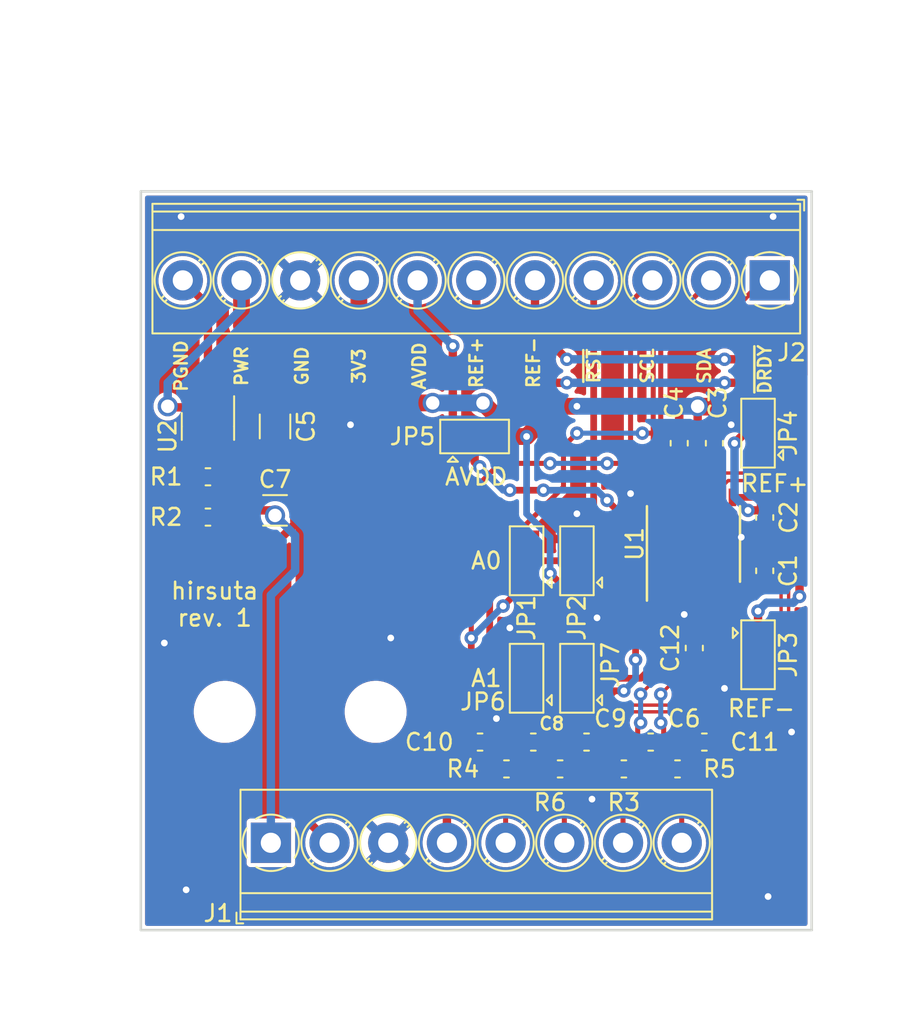
<source format=kicad_pcb>
(kicad_pcb (version 20211014) (generator pcbnew)
  (layers (0 "F.Cu" signal) (31 "B.Cu" signal) (34 "B.Paste" user) (35 "F.Paste" user) (36 "B.SilkS" user "B.Silkscreen") (37 "F.SilkS" user "F.Silkscreen") (38 "B.Mask" user) (39 "F.Mask" user) (44 "Edge.Cuts" user))
  (net 0 "")
  (net 1 "+3.3V")
  (net 2 "/REFN")
  (net 3 "/REFP")
  (net 4 "/AVDD")
  (net 5 "+5V")
  (net 6 "/POWER")
  (net 7 "/SCL")
  (net 8 "/A0")
  (net 9 "/SDA")
  (net 10 "/REFN_H")
  (net 11 "/REFP_H")
  (net 12 "/AVDD_H")
  (net 13 "/A1")
  (net 14 "Net-(R1-Pad2)")
  (net 15 "/~{RESET}")
  (net 16 "/~{DRDY}")
  (net 17 "GND1")
  (net 18 "GND")
  (net 19 "/AIN01+")
  (net 20 "/AIN01-")
  (net 21 "/AIN23+")
  (net 22 "/AIN23-")
  (net 23 "/AIN23P+")
  (net 24 "/AIN23P-")
  (net 25 "/AIN01P+")
  (net 26 "/AIN01P-")
  (footprint "Jumper:SolderJumper-3_P1.3mm_Open_Pad1.0x1.5mm" (layer "F.Cu") (at 103 70 90)
    (fp_text reference "JP6" (at -1.4 -2.6 180) (layer "F.SilkS"))
    (fp_text value "Jumper_3_Open")
    (pad "1" smd rect (at -1.3 0 90) (size 1 1.5) (layers "F.Cu" "F.Mask") (net 7 "/SCL"))
    (pad "2" smd rect (at 0 0 90) (size 1 1.5) (layers "F.Cu" "F.Mask") (net 13 "/A1"))
    (pad "3" smd rect (at 1.3 0 90) (size 1 1.5) (layers "F.Cu" "F.Mask") (net 9 "/SDA"))
  )
  (footprint "Capacitor_SMD:C_0603_1608Metric" (layer "F.Cu") (at 114.2 56 90)
    (fp_text reference "C3" (at 2.4 0.2 90) (layer "F.SilkS"))
    (fp_text value "0.1uF")
    (pad "1" smd roundrect (at -0.775 0 90) (size 0.9 0.95) (layers "F.Cu" "F.Paste" "F.Mask") (net 4 "/AVDD"))
    (pad "2" smd roundrect (at 0.775 0 90) (size 0.9 0.95) (layers "F.Cu" "F.Paste" "F.Mask") (net 18 "GND"))
  )
  (footprint "TerminalBlock_Phoenix:TerminalBlock_Phoenix_PT-1,5-11-3.5-H_1x11_P3.50mm_Horizontal" (layer "F.Cu") (at 117.5 46.3 180)
    (fp_text reference "J2" (at -1.3 -4.3) (layer "F.SilkS"))
    (fp_text value "Screw_Terminal_01x11")
    (pad "1" thru_hole rect (at 0 0 180) (size 2.4 2.4) (drill 1.2) (layers *.Cu *.Mask) (net 16 "/~{DRDY}"))
    (pad "2" thru_hole circle (at 3.5 0 180) (size 2.4 2.4) (drill 1.2) (layers *.Cu *.Mask) (net 9 "/SDA"))
    (pad "3" thru_hole circle (at 7 0 180) (size 2.4 2.4) (drill 1.2) (layers *.Cu *.Mask) (net 7 "/SCL"))
    (pad "4" thru_hole circle (at 10.5 0 180) (size 2.4 2.4) (drill 1.2) (layers *.Cu *.Mask) (net 15 "/~{RESET}"))
    (pad "5" thru_hole circle (at 14 0 180) (size 2.4 2.4) (drill 1.2) (layers *.Cu *.Mask) (net 10 "/REFN_H"))
    (pad "6" thru_hole circle (at 17.5 0 180) (size 2.4 2.4) (drill 1.2) (layers *.Cu *.Mask) (net 11 "/REFP_H"))
    (pad "7" thru_hole circle (at 21 0 180) (size 2.4 2.4) (drill 1.2) (layers *.Cu *.Mask) (net 12 "/AVDD_H"))
    (pad "8" thru_hole circle (at 24.5 0 180) (size 2.4 2.4) (drill 1.2) (layers *.Cu *.Mask) (net 1 "+3.3V"))
    (pad "9" thru_hole circle (at 28 0 180) (size 2.4 2.4) (drill 1.2) (layers *.Cu *.Mask) (net 18 "GND"))
    (pad "10" thru_hole circle (at 31.5 0 180) (size 2.4 2.4) (drill 1.2) (layers *.Cu *.Mask) (net 5 "+5V"))
    (pad "11" thru_hole circle (at 35 0 180) (size 2.4 2.4) (drill 1.2) (layers *.Cu *.Mask) (net 17 "GND1"))
  )
  (footprint "TerminalBlock_Phoenix:TerminalBlock_Phoenix_PT-1,5-8-3.5-H_1x08_P3.50mm_Horizontal" (layer "F.Cu") (at 87.75 79.8)
    (fp_text reference "J1" (at -3.15 4.2) (layer "F.SilkS"))
    (fp_text value "Screw_Terminal_01x08")
    (pad "1" thru_hole rect (at 0 0) (size 2.4 2.4) (drill 1.2) (layers *.Cu *.Mask) (net 6 "/POWER"))
    (pad "2" thru_hole circle (at 3.5 0) (size 2.4 2.4) (drill 1.2) (layers *.Cu *.Mask) (net 17 "GND1"))
    (pad "3" thru_hole circle (at 7 0) (size 2.4 2.4) (drill 1.2) (layers *.Cu *.Mask) (net 18 "GND"))
    (pad "4" thru_hole circle (at 10.5 0) (size 2.4 2.4) (drill 1.2) (layers *.Cu *.Mask) (net 12 "/AVDD_H"))
    (pad "5" thru_hole circle (at 14 0) (size 2.4 2.4) (drill 1.2) (layers *.Cu *.Mask) (net 20 "/AIN01-"))
    (pad "6" thru_hole circle (at 17.5 0) (size 2.4 2.4) (drill 1.2) (layers *.Cu *.Mask) (net 19 "/AIN01+"))
    (pad "7" thru_hole circle (at 21 0) (size 2.4 2.4) (drill 1.2) (layers *.Cu *.Mask) (net 22 "/AIN23-"))
    (pad "8" thru_hole circle (at 24.5 0) (size 2.4 2.4) (drill 1.2) (layers *.Cu *.Mask) (net 21 "/AIN23+"))
  )
  (footprint "Package_SO:TSSOP-16-1EP_4.4x5mm_P0.65mm" (layer "F.Cu") (at 113 62 90)
    (fp_text reference "U1" (at 0 -3.55 90) (layer "F.SilkS"))
    (fp_text value "ADS1219")
    (pad "1" smd rect (at -2.775 -2.275 90) (size 1.05 0.45) (layers "F.Cu" "F.Paste" "F.Mask") (net 8 "/A0"))
    (pad "2" smd rect (at -2.775 -1.625 90) (size 1.05 0.45) (layers "F.Cu" "F.Paste" "F.Mask") (net 13 "/A1"))
    (pad "3" smd rect (at -2.775 -0.975 90) (size 1.05 0.45) (layers "F.Cu" "F.Paste" "F.Mask") (net 15 "/~{RESET}"))
    (pad "4" smd rect (at -2.775 -0.325 90) (size 1.05 0.45) (layers "F.Cu" "F.Paste" "F.Mask") (net 18 "GND"))
    (pad "5" smd rect (at -2.775 0.325 90) (size 1.05 0.45) (layers "F.Cu" "F.Paste" "F.Mask") (net 18 "GND"))
    (pad "6" smd rect (at -2.775 0.975 90) (size 1.05 0.45) (layers "F.Cu" "F.Paste" "F.Mask") (net 24 "/AIN23P-"))
    (pad "7" smd rect (at -2.775 1.625 90) (size 1.05 0.45) (layers "F.Cu" "F.Paste" "F.Mask") (net 23 "/AIN23P+"))
    (pad "8" smd rect (at -2.775 2.275 90) (size 1.05 0.45) (layers "F.Cu" "F.Paste" "F.Mask") (net 2 "/REFN"))
    (pad "9" smd rect (at 2.775 2.275 90) (size 1.05 0.45) (layers "F.Cu" "F.Paste" "F.Mask") (net 3 "/REFP"))
    (pad "10" smd rect (at 2.775 1.625 90) (size 1.05 0.45) (layers "F.Cu" "F.Paste" "F.Mask") (net 26 "/AIN01P-"))
    (pad "11" smd rect (at 2.775 0.975 90) (size 1.05 0.45) (layers "F.Cu" "F.Paste" "F.Mask") (net 25 "/AIN01P+"))
    (pad "12" smd rect (at 2.775 0.325 90) (size 1.05 0.45) (layers "F.Cu" "F.Paste" "F.Mask") (net 4 "/AVDD"))
    (pad "13" smd rect (at 2.775 -0.325 90) (size 1.05 0.45) (layers "F.Cu" "F.Paste" "F.Mask") (net 1 "+3.3V"))
    (pad "14" smd rect (at 2.775 -0.975 90) (size 1.05 0.45) (layers "F.Cu" "F.Paste" "F.Mask") (net 16 "/~{DRDY}"))
    (pad "15" smd rect (at 2.775 -1.625 90) (size 1.05 0.45) (layers "F.Cu" "F.Paste" "F.Mask") (net 9 "/SDA"))
    (pad "16" smd rect (at 2.775 -2.275 90) (size 1.05 0.45) (layers "F.Cu" "F.Paste" "F.Mask") (net 7 "/SCL"))
    (pad "17" smd rect (at -0.735 0.4475 90) (size 1.47 0.895) (layers "F.Cu" "F.Paste" "F.Mask"))
    (pad "17" smd rect (at -0.735 -0.4475 90) (size 1.47 0.895) (layers "F.Cu" "F.Paste" "F.Mask"))
    (pad "17" smd rect (at 0.735 0.4475 90) (size 1.47 0.895) (layers "F.Cu" "F.Paste" "F.Mask"))
    (pad "17" smd rect (at -0.735 -1.3425 90) (size 1.47 0.895) (layers "F.Cu" "F.Paste" "F.Mask"))
    (pad "17" smd rect (at 0.735 -1.3425 90) (size 1.47 0.895) (layers "F.Cu" "F.Paste" "F.Mask"))
    (pad "17" smd rect (at 0.735 1.3425 90) (size 1.47 0.895) (layers "F.Cu" "F.Paste" "F.Mask"))
    (pad "17" smd rect (at 0.735 -0.4475 90) (size 1.47 0.895) (layers "F.Cu" "F.Paste" "F.Mask"))
    (pad "17" smd rect (at -0.735 1.3425 90) (size 1.47 0.895) (layers "F.Cu" "F.Paste" "F.Mask"))
  )
  (footprint "Capacitor_SMD:C_0603_1608Metric" (layer "F.Cu") (at 84 60.4)
    (fp_text reference "R2" (at -2.5 0) (layer "F.SilkS"))
    (fp_text value "R")
    (pad "1" smd roundrect (at -0.775 0) (size 0.9 0.95) (layers "F.Cu" "F.Paste" "F.Mask") (net 14 "Net-(R1-Pad2)"))
    (pad "2" smd roundrect (at 0.775 0) (size 0.9 0.95) (layers "F.Cu" "F.Paste" "F.Mask") (net 17 "GND1"))
  )
  (footprint "Capacitor_SMD:C_0603_1608Metric" (layer "F.Cu") (at 105 75.4 180)
    (fp_text reference "R6" (at 0.6 -2) (layer "F.SilkS"))
    (fp_text value "R")
    (pad "1" smd roundrect (at -0.775 0 180) (size 0.9 0.95) (layers "F.Cu" "F.Paste" "F.Mask") (net 19 "/AIN01+"))
    (pad "2" smd roundrect (at 0.775 0 180) (size 0.9 0.95) (layers "F.Cu" "F.Paste" "F.Mask") (net 25 "/AIN01P+"))
  )
  (footprint "Package_TO_SOT_SMD:TSOT-23-5" (layer "F.Cu") (at 84 55 -90)
    (fp_text reference "U2" (at 0.6 2.4 90) (layer "F.SilkS"))
    (fp_text value "ADP7142AUJZ-1.8")
    (pad "1" smd roundrect (at -1.1375 -0.95 270) (size 1.325 0.6) (layers "F.Cu" "F.Paste" "F.Mask") (net 5 "+5V"))
    (pad "2" smd roundrect (at -1.1375 0 270) (size 1.325 0.6) (layers "F.Cu" "F.Paste" "F.Mask") (net 17 "GND1"))
    (pad "3" smd roundrect (at -1.1375 0.95 270) (size 1.325 0.6) (layers "F.Cu" "F.Paste" "F.Mask") (net 5 "+5V"))
    (pad "4" smd roundrect (at 1.1375 0.95 270) (size 1.325 0.6) (layers "F.Cu" "F.Paste" "F.Mask") (net 14 "Net-(R1-Pad2)"))
    (pad "5" smd roundrect (at 1.1375 -0.95 270) (size 1.325 0.6) (layers "F.Cu" "F.Paste" "F.Mask") (net 6 "/POWER"))
  )
  (footprint "Capacitor_SMD:C_0603_1608Metric" (layer "F.Cu") (at 112 75.4 180)
    (fp_text reference "R5" (at -2.5 0) (layer "F.SilkS"))
    (fp_text value "R")
    (pad "1" smd roundrect (at -0.775 0 180) (size 0.9 0.95) (layers "F.Cu" "F.Paste" "F.Mask") (net 21 "/AIN23+"))
    (pad "2" smd roundrect (at 0.775 0 180) (size 0.9 0.95) (layers "F.Cu" "F.Paste" "F.Mask") (net 23 "/AIN23P+"))
  )
  (footprint "Capacitor_SMD:C_0603_1608Metric" (layer "F.Cu") (at 112.1 56 90)
    (fp_text reference "C4" (at 2.4 -0.3 90) (layer "F.SilkS"))
    (fp_text value "0.1uF")
    (pad "1" smd roundrect (at -0.775 0 90) (size 0.9 0.95) (layers "F.Cu" "F.Paste" "F.Mask") (net 1 "+3.3V"))
    (pad "2" smd roundrect (at 0.775 0 90) (size 0.9 0.95) (layers "F.Cu" "F.Paste" "F.Mask") (net 18 "GND"))
  )
  (footprint "Capacitor_SMD:C_0603_1608Metric" (layer "F.Cu") (at 113 68.2 90)
    (fp_text reference "C12" (at 0 -1.43 90) (layer "F.SilkS"))
    (fp_text value "C")
    (pad "1" smd roundrect (at -0.775 0 90) (size 0.9 0.95) (layers "F.Cu" "F.Paste" "F.Mask") (net 24 "/AIN23P-"))
    (pad "2" smd roundrect (at 0.775 0 90) (size 0.9 0.95) (layers "F.Cu" "F.Paste" "F.Mask") (net 18 "GND"))
  )
  (footprint "Capacitor_SMD:C_0603_1608Metric" (layer "F.Cu") (at 110.4 73.8 180)
    (fp_text reference "C6" (at -2 1.4) (layer "F.SilkS"))
    (fp_text value "C")
    (pad "1" smd roundrect (at -0.775 0 180) (size 0.9 0.95) (layers "F.Cu" "F.Paste" "F.Mask") (net 23 "/AIN23P+"))
    (pad "2" smd roundrect (at 0.775 0 180) (size 0.9 0.95) (layers "F.Cu" "F.Paste" "F.Mask") (net 24 "/AIN23P-"))
  )
  (footprint "Jumper:SolderJumper-3_P1.3mm_Open_Pad1.0x1.5mm" (layer "F.Cu") (at 106 70 90)
    (fp_text reference "JP7" (at 0.8 2 90) (layer "F.SilkS"))
    (fp_text value "Jumper_3_Open")
    (pad "1" smd rect (at -1.3 0 90) (size 1 1.5) (layers "F.Cu" "F.Mask") (net 1 "+3.3V"))
    (pad "2" smd rect (at 0 0 90) (size 1 1.5) (layers "F.Cu" "F.Mask") (net 13 "/A1"))
    (pad "3" smd rect (at 1.3 0 90) (size 1 1.5) (layers "F.Cu" "F.Mask") (net 18 "GND"))
  )
  (footprint "MountingHole:MountingHole_3.2mm_M3" (layer "F.Cu") (at 85 72)
    (fp_text reference "H2" hide)
    (fp_text value "MountingHole")
    (pad "" np_thru_hole circle (at 0 0) (size 3.2 3.2) (drill 3.2) (layers *.Cu *.Mask))
  )
  (footprint "Capacitor_SMD:C_0603_1608Metric" (layer "F.Cu") (at 108.8 75.4)
    (fp_text reference "R3" (at 0 2) (layer "F.SilkS"))
    (fp_text value "R")
    (pad "1" smd roundrect (at -0.775 0) (size 0.9 0.95) (layers "F.Cu" "F.Paste" "F.Mask") (net 22 "/AIN23-"))
    (pad "2" smd roundrect (at 0.775 0) (size 0.9 0.95) (layers "F.Cu" "F.Paste" "F.Mask") (net 24 "/AIN23P-"))
  )
  (footprint "Capacitor_SMD:C_0603_1608Metric" (layer "F.Cu") (at 84 58 180)
    (fp_text reference "R1" (at 2.5 0) (layer "F.SilkS"))
    (fp_text value "R")
    (pad "1" smd roundrect (at -0.775 0 180) (size 0.9 0.95) (layers "F.Cu" "F.Paste" "F.Mask") (net 6 "/POWER"))
    (pad "2" smd roundrect (at 0.775 0 180) (size 0.9 0.95) (layers "F.Cu" "F.Paste" "F.Mask") (net 14 "Net-(R1-Pad2)"))
  )
  (footprint "Capacitor_SMD:C_0603_1608Metric" (layer "F.Cu") (at 113.6 73.8 180)
    (fp_text reference "C11" (at -3 0) (layer "F.SilkS"))
    (fp_text value "C")
    (pad "1" smd roundrect (at -0.775 0 180) (size 0.9 0.95) (layers "F.Cu" "F.Paste" "F.Mask") (net 18 "GND"))
    (pad "2" smd roundrect (at 0.775 0 180) (size 0.9 0.95) (layers "F.Cu" "F.Paste" "F.Mask") (net 23 "/AIN23P+"))
  )
  (footprint "Capacitor_SMD:C_0603_1608Metric" (layer "F.Cu") (at 103.4 73.8 180)
    (fp_text reference "C8" (at -1.1 1.1) (layer "F.SilkS") (effects (font (size 0.75 0.75))))
    (fp_text value "C")
    (pad "1" smd roundrect (at -0.775 0 180) (size 0.9 0.95) (layers "F.Cu" "F.Paste" "F.Mask") (net 25 "/AIN01P+"))
    (pad "2" smd roundrect (at 0.775 0 180) (size 0.9 0.95) (layers "F.Cu" "F.Paste" "F.Mask") (net 26 "/AIN01P-"))
  )
  (footprint "Capacitor_SMD:C_0603_1608Metric" (layer "F.Cu") (at 106.575 73.8 180)
    (fp_text reference "C9" (at -1.425 1.4) (layer "F.SilkS"))
    (fp_text value "C")
    (pad "1" smd roundrect (at -0.775 0 180) (size 0.9 0.95) (layers "F.Cu" "F.Paste" "F.Mask") (net 18 "GND"))
    (pad "2" smd roundrect (at 0.775 0 180) (size 0.9 0.95) (layers "F.Cu" "F.Paste" "F.Mask") (net 25 "/AIN01P+"))
  )
  (footprint "Capacitor_SMD:C_0603_1608Metric" (layer "F.Cu") (at 100.225 73.8 180)
    (fp_text reference "C10" (at 3.025 0) (layer "F.SilkS"))
    (fp_text value "C")
    (pad "1" smd roundrect (at -0.775 0 180) (size 0.9 0.95) (layers "F.Cu" "F.Paste" "F.Mask") (net 26 "/AIN01P-"))
    (pad "2" smd roundrect (at 0.775 0 180) (size 0.9 0.95) (layers "F.Cu" "F.Paste" "F.Mask") (net 18 "GND"))
  )
  (footprint "Jumper:SolderJumper-3_P1.3mm_Open_Pad1.0x1.5mm" (layer "F.Cu") (at 116.8 68.6 -90)
    (fp_text reference "JP3" (at 0 -1.8 90) (layer "F.SilkS"))
    (fp_text value "Jumper_3_Open")
    (pad "1" smd rect (at -1.3 0 270) (size 1 1.5) (layers "F.Cu" "F.Mask") (net 10 "/REFN_H"))
    (pad "2" smd rect (at 0 0 270) (size 1 1.5) (layers "F.Cu" "F.Mask") (net 2 "/REFN"))
    (pad "3" smd rect (at 1.3 0 270) (size 1 1.5) (layers "F.Cu" "F.Mask") (net 18 "GND"))
  )
  (footprint "Jumper:SolderJumper-3_P1.3mm_Open_Pad1.0x1.5mm" (layer "F.Cu") (at 99.9 55.6)
    (fp_text reference "JP5" (at -3.7 0) (layer "F.SilkS"))
    (fp_text value "Jumper_3_Open")
    (pad "1" smd rect (at -1.3 0) (size 1 1.5) (layers "F.Cu" "F.Mask") (net 12 "/AVDD_H"))
    (pad "2" smd rect (at 0 0) (size 1 1.5) (layers "F.Cu" "F.Mask") (net 4 "/AVDD"))
    (pad "3" smd rect (at 1.3 0) (size 1 1.5) (layers "F.Cu" "F.Mask") (net 1 "+3.3V"))
  )
  (footprint "Capacitor_SMD:C_0603_1608Metric" (layer "F.Cu") (at 117.2 63.6 90)
    (fp_text reference "C1" (at 0 1.4 90) (layer "F.SilkS"))
    (fp_text value "0.1uF")
    (pad "1" smd roundrect (at -0.775 0 90) (size 0.9 0.95) (layers "F.Cu" "F.Paste" "F.Mask") (net 2 "/REFN"))
    (pad "2" smd roundrect (at 0.775 0 90) (size 0.9 0.95) (layers "F.Cu" "F.Paste" "F.Mask") (net 18 "GND"))
  )
  (footprint "Capacitor_SMD:C_1206_3216Metric" (layer "F.Cu") (at 88 55 -90)
    (fp_text reference "C5" (at 0 -1.85 90) (layer "F.SilkS"))
    (fp_text value "2.2uF")
    (pad "1" smd roundrect (at -1.475 0 270) (size 1.15 1.8) (layers "F.Cu" "F.Paste" "F.Mask") (roundrect_rratio 0.217391) (net 5 "+5V"))
    (pad "2" smd roundrect (at 1.475 0 270) (size 1.15 1.8) (layers "F.Cu" "F.Paste" "F.Mask") (roundrect_rratio 0.217391) (net 17 "GND1"))
  )
  (footprint "Jumper:SolderJumper-3_P1.3mm_Open_Pad1.0x1.5mm" (layer "F.Cu") (at 103 63 90)
    (fp_text reference "JP1" (at -3.4 0 90) (layer "F.SilkS"))
    (fp_text value "Jumper_3_Open")
    (pad "1" smd rect (at -1.3 0 90) (size 1 1.5) (layers "F.Cu" "F.Mask") (net 7 "/SCL"))
    (pad "2" smd rect (at 0 0 90) (size 1 1.5) (layers "F.Cu" "F.Mask") (net 8 "/A0"))
    (pad "3" smd rect (at 1.3 0 90) (size 1 1.5) (layers "F.Cu" "F.Mask") (net 9 "/SDA"))
  )
  (footprint "Capacitor_SMD:C_1206_3216Metric" (layer "F.Cu") (at 88 60)
    (fp_text reference "C7" (at 0 -1.85) (layer "F.SilkS"))
    (fp_text value "2.2uF")
    (pad "1" smd roundrect (at -1.475 0) (size 1.15 1.8) (layers "F.Cu" "F.Paste" "F.Mask") (roundrect_rratio 0.217391) (net 6 "/POWER"))
    (pad "2" smd roundrect (at 1.475 0) (size 1.15 1.8) (layers "F.Cu" "F.Paste" "F.Mask") (roundrect_rratio 0.217391) (net 17 "GND1"))
  )
  (footprint "Jumper:SolderJumper-3_P1.3mm_Open_Pad1.0x1.5mm" (layer "F.Cu") (at 106 63 90)
    (fp_text reference "JP2" (at -3.4 0 90) (layer "F.SilkS"))
    (fp_text value "Jumper_3_Open")
    (pad "1" smd rect (at -1.3 0 90) (size 1 1.5) (layers "F.Cu" "F.Mask") (net 1 "+3.3V"))
    (pad "2" smd rect (at 0 0 90) (size 1 1.5) (layers "F.Cu" "F.Mask") (net 8 "/A0"))
    (pad "3" smd rect (at 1.3 0 90) (size 1 1.5) (layers "F.Cu" "F.Mask") (net 18 "GND"))
  )
  (footprint "Capacitor_SMD:C_0603_1608Metric" (layer "F.Cu") (at 101.8 75.4)
    (fp_text reference "R4" (at -2.6 0) (layer "F.SilkS"))
    (fp_text value "R")
    (pad "1" smd roundrect (at -0.775 0) (size 0.9 0.95) (layers "F.Cu" "F.Paste" "F.Mask") (net 20 "/AIN01-"))
    (pad "2" smd roundrect (at 0.775 0) (size 0.9 0.95) (layers "F.Cu" "F.Paste" "F.Mask") (net 26 "/AIN01P-"))
  )
  (footprint "Jumper:SolderJumper-3_P1.3mm_Open_Pad1.0x1.5mm" (layer "F.Cu") (at 116.8 55.4 90)
    (fp_text reference "JP4" (at 0 1.8 90) (layer "F.SilkS"))
    (fp_text value "Jumper_3_Open")
    (pad "1" smd rect (at -1.3 0 90) (size 1 1.5) (layers "F.Cu" "F.Mask") (net 11 "/REFP_H"))
    (pad "2" smd rect (at 0 0 90) (size 1 1.5) (layers "F.Cu" "F.Mask") (net 3 "/REFP"))
    (pad "3" smd rect (at 1.3 0 90) (size 1 1.5) (layers "F.Cu" "F.Mask") (net 1 "+3.3V"))
  )
  (footprint "MountingHole:MountingHole_3.2mm_M3" (layer "F.Cu") (at 94 72)
    (fp_text reference "H1" hide)
    (fp_text value "MountingHole")
    (pad "" np_thru_hole circle (at 0 0) (size 3.2 3.2) (drill 3.2) (layers *.Cu *.Mask))
  )
  (footprint "Capacitor_SMD:C_0603_1608Metric" (layer "F.Cu") (at 117.2 60.425 -90)
    (fp_text reference "C2" (at 0 -1.43 90) (layer "F.SilkS"))
    (fp_text value "0.1uF")
    (pad "1" smd roundrect (at -0.775 0 270) (size 0.9 0.95) (layers "F.Cu" "F.Paste" "F.Mask") (net 3 "/REFP"))
    (pad "2" smd roundrect (at 0.775 0 270) (size 0.9 0.95) (layers "F.Cu" "F.Paste" "F.Mask") (net 18 "GND"))
  )
  (gr_line (start 120 41) (end 120 85) (layer "Edge.Cuts") (width 0.15))
  (gr_line (start 80 41) (end 80 85) (layer "Edge.Cuts") (width 0.15))
  (gr_line (start 120 85) (end 80 85) (layer "Edge.Cuts") (width 0.15))
  (gr_line (start 120 41) (end 80 41) (layer "Edge.Cuts") (width 0.15))
  (gr_text "REF+" (at 117.8 58.4) (layer "F.SilkS") (effects (font (size 1 1))))
  (gr_text "AVDD" (at 100 58) (layer "F.SilkS") (effects (font (size 1 1))))
  (gr_text "3V3" (at 93 51.4 90) (layer "F.SilkS") (effects (font (size 0.75 0.75))))
  (gr_text "~{DRDY}" (at 117.2 51.6 90) (layer "F.SilkS") (effects (font (size 0.75 0.75))))
  (gr_text "hirsuta\nrev. 1" (at 84.4 65.6) (layer "F.SilkS") (effects (font (size 1 1))))
  (gr_text "A0" (at 100.6 63) (layer "F.SilkS") (effects (font (size 1 1))))
  (gr_text "GND" (at 89.6 51.4 90) (layer "F.SilkS") (effects (font (size 0.75 0.75))))
  (gr_text "REF+" (at 100 51.2 90) (layer "F.SilkS") (effects (font (size 0.75 0.75))))
  (gr_text "~{RST}" (at 107 51.4 90) (layer "F.SilkS") (effects (font (size 0.75 0.75))))
  (gr_text "A1" (at 100.6 70) (layer "F.SilkS") (effects (font (size 1 1))))
  (gr_text "REF-" (at 103.4 51.2 90) (layer "F.SilkS") (effects (font (size 0.75 0.75))))
  (gr_text "SCL" (at 110.2 51.4 90) (layer "F.SilkS") (effects (font (size 0.75 0.75))))
  (gr_text "PGND" (at 82.4 51.4 90) (layer "F.SilkS") (effects (font (size 0.75 0.75))))
  (gr_text "PWR" (at 86 51.4 90) (layer "F.SilkS") (effects (font (size 0.75 0.75))))
  (gr_text "SDA" (at 113.6 51.4 90) (layer "F.SilkS") (effects (font (size 0.75 0.75))))
  (gr_text "REF-" (at 117 71.8) (layer "F.SilkS") (effects (font (size 1 1))))
  (gr_text "AVDD" (at 96.6 51.4 90) (layer "F.SilkS") (effects (font (size 0.75 0.75))))
  (segment (start 104.8 53.8) (end 106 53.8) (width 1) (layer "F.Cu") (net 1))
  (segment (start 106 71.3) (end 107.7 71.3) (width 0.4) (layer "F.Cu") (net 1))
  (segment (start 104.9505 64.3) (end 104.4 63.7495) (width 0.4) (layer "F.Cu") (net 1))
  (segment (start 106 64.3) (end 108.2 64.3) (width 0.4) (layer "F.Cu") (net 1))
  (segment (start 112.675 57.35) (end 112.1 56.775) (width 0.4) (layer "F.Cu") (net 1))
  (segment (start 103 55.6) (end 104.8 53.8) (width 1) (layer "F.Cu") (net 1))
  (segment (start 113.2 54.4) (end 113.2 55.675) (width 0.5) (layer "F.Cu") (net 1))
  (segment (start 113.2 55.675) (end 112.1 56.775) (width 0.5) (layer "F.Cu") (net 1))
  (segment (start 101.2 54.4) (end 101.2 55.6) (width 1) (layer "F.Cu") (net 1))
  (segment (start 108.2 64.3) (end 109 65.1) (width 0.4) (layer "F.Cu") (net 1))
  (segment (start 101.2 55.6) (end 103 55.6) (width 1) (layer "F.Cu") (net 1))
  (segment (start 106 64.3) (end 104.9505 64.3) (width 0.4) (layer "F.Cu") (net 1))
  (segment (start 109.5 65.6) (end 109.5 68.9) (width 0.4) (layer "F.Cu") (net 1))
  (segment (start 116.5 53.8) (end 116.8 54.1) (width 1) (layer "F.Cu") (net 1))
  (segment (start 109 65.1) (end 109.5 65.6) (width 0.4) (layer "F.Cu") (net 1))
  (segment (start 113.1 54.1) (end 116.8 54.1) (width 0.5) (layer "F.Cu") (net 1))
  (segment (start 107.7 71.3) (end 108.2505 70.7495) (width 0.4) (layer "F.Cu") (net 1))
  (segment (start 93 51.2) (end 95.4 53.6) (width 1) (layer "F.Cu") (net 1))
  (segment (start 113.2 53.8) (end 116.5 53.8) (width 1) (layer "F.Cu") (net 1))
  (segment (start 95.4 53.6) (end 97.4 53.6) (width 1) (layer "F.Cu") (net 1))
  (segment (start 112.675 59.225) (end 112.675 57.35) (width 0.4) (layer "F.Cu") (net 1))
  (segment (start 108.2505 70.7495) (end 108.8 70.7495) (width 0.4) (layer "F.Cu") (net 1))
  (segment (start 100.4 53.6) (end 101.2 54.4) (width 1) (layer "F.Cu") (net 1))
  (segment (start 93 46.3) (end 93 51.2) (width 1) (layer "F.Cu") (net 1))
  (via (at 97.4 53.6) (size 1.2) (drill 0.8) (layers "F.Cu" "B.Cu") (net 1))
  (via (at 103 55.6) (size 0.8) (drill 0.4) (layers "F.Cu" "B.Cu") (net 1))
  (via (at 106 53.8) (size 0.8) (drill 0.4) (layers "F.Cu" "B.Cu") (net 1))
  (via (at 108.8 70.7495) (size 0.8) (drill 0.4) (layers "F.Cu" "B.Cu") (net 1))
  (via (at 109.5 68.9) (size 0.8) (drill 0.4) (layers "F.Cu" "B.Cu") (net 1))
  (via (at 113.2 53.8) (size 1.2) (drill 0.8) (layers "F.Cu" "B.Cu") (net 1))
  (via (at 100.4 53.6) (size 1.2) (drill 0.8) (layers "F.Cu" "B.Cu") (net 1))
  (via (at 104.4 63.7495) (size 0.8) (drill 0.4) (layers "F.Cu" "B.Cu") (net 1))
  (segment (start 97.4 53.6) (end 100.4 53.6) (width 1) (layer "B.Cu") (net 1))
  (segment (start 104.4 61.6) (end 104.4 63.7495) (width 0.4) (layer "B.Cu") (net 1))
  (segment (start 103 55.6) (end 103 60.2) (width 0.4) (layer "B.Cu") (net 1))
  (segment (start 103 60.2) (end 104.4 61.6) (width 0.4) (layer "B.Cu") (net 1))
  (segment (start 109.5 70.0495) (end 108.8 70.7495) (width 0.4) (layer "B.Cu") (net 1))
  (segment (start 106 53.8) (end 113.2 53.8) (width 1) (layer "B.Cu") (net 1))
  (segment (start 109.5 68.9) (end 109.5 70.0495) (width 0.4) (layer "B.Cu") (net 1))
  (segment (start 116 68.6) (end 115.275 67.875) (width 0.5) (layer "F.Cu") (net 2))
  (segment (start 115.825 64.775) (end 116.45 64.775) (width 0.4) (layer "F.Cu") (net 2))
  (segment (start 116.8 64.775) (end 117.2 64.375) (width 0.4) (layer "F.Cu") (net 2))
  (segment (start 116.8 68.6) (end 116 68.6) (width 0.5) (layer "F.Cu") (net 2))
  (segment (start 115.275 64.775) (end 115.825 64.775) (width 0.4) (layer "F.Cu") (net 2))
  (segment (start 115.275 67.875) (end 115.275 64.775) (width 0.5) (layer "F.Cu") (net 2))
  (segment (start 115.825 64.775) (end 116.8 64.775) (width 0.4) (layer "F.Cu") (net 2))
  (segment (start 116.85 60) (end 117.2 59.65) (width 0.5) (layer "F.Cu") (net 3))
  (segment (start 116.2 60) (end 116.85 60) (width 0.5) (layer "F.Cu") (net 3))
  (segment (start 116.8 55.4) (end 116 55.4) (width 0.5) (layer "F.Cu") (net 3))
  (segment (start 115.275 59.225) (end 116.65 59.225) (width 0.4) (layer "F.Cu") (net 3))
  (segment (start 116 55.4) (end 115.4 56) (width 0.5) (layer "F.Cu") (net 3))
  (segment (start 116.65 59.225) (end 117.225 59.8) (width 0.4) (layer "F.Cu") (net 3))
  (via (at 115.4 56) (size 0.8) (drill 0.4) (layers "F.Cu" "B.Cu") (net 3))
  (via (at 116.2 60) (size 0.8) (drill 0.4) (layers "F.Cu" "B.Cu") (net 3))
  (segment (start 115.4 59.2) (end 116.2 60) (width 0.5) (layer "B.Cu") (net 3))
  (segment (start 115.4 56) (end 115.4 59.2) (width 0.5) (layer "B.Cu") (net 3))
  (segment (start 109.3 60.1) (end 108.5 60.1) (width 0.4) (layer "F.Cu") (net 4))
  (segment (start 99.9 55.6) (end 99.9 57.1) (width 0.5) (layer "F.Cu") (net 4))
  (segment (start 108.5 60.1) (end 107.8 59.4) (width 0.4) (layer "F.Cu") (net 4))
  (segment (start 113.325 59.225) (end 113.325 60.025) (width 0.4) (layer "F.Cu") (net 4))
  (segment (start 113.325 57.65) (end 114.2 56.775) (width 0.4) (layer "F.Cu") (net 4))
  (segment (start 113.25 60.1) (end 109.3 60.1) (width 0.4) (layer "F.Cu") (net 4))
  (segment (start 113.325 58.475) (end 113.325 57.65) (width 0.4) (layer "F.Cu") (net 4))
  (segment (start 113.325 59.225) (end 113.325 58.475) (width 0.4) (layer "F.Cu") (net 4))
  (segment (start 113.325 60.025) (end 113.25 60.1) (width 0.4) (layer "F.Cu") (net 4))
  (segment (start 104 58.8) (end 102 58.8) (width 0.4) (layer "F.Cu") (net 4))
  (segment (start 99.9 57.1) (end 100.2 57.4) (width 0.5) (layer "F.Cu") (net 4))
  (via (at 107.8 59.4) (size 0.8) (drill 0.4) (layers "F.Cu" "B.Cu") (net 4))
  (via (at 104 58.8) (size 0.8) (drill 0.4) (layers "F.Cu" "B.Cu") (net 4))
  (via (at 102 58.8) (size 0.8) (drill 0.4) (layers "F.Cu" "B.Cu") (net 4))
  (via (at 100.2 57.4) (size 0.8) (drill 0.4) (layers "F.Cu" "B.Cu") (net 4))
  (segment (start 102 58.8) (end 101.6 58.8) (width 0.4) (layer "B.Cu") (net 4))
  (segment (start 104 58.8) (end 107.2 58.8) (width 0.4) (layer "B.Cu") (net 4))
  (segment (start 107.2 58.8) (end 107.8 59.4) (width 0.4) (layer "B.Cu") (net 4))
  (segment (start 101.6 58.8) (end 100.2 57.4) (width 0.4) (layer "B.Cu") (net 4))
  (segment (start 81.6625 53.8625) (end 81.6 53.8) (width 0.5) (layer "F.Cu") (net 5))
  (segment (start 86 49) (end 86 46.3) (width 1) (layer "F.Cu") (net 5))
  (segment (start 88 53.525) (end 88 51) (width 1) (layer "F.Cu") (net 5))
  (segment (start 83.05 53.8625) (end 81.6625 53.8625) (width 0.5) (layer "F.Cu") (net 5))
  (segment (start 87.6625 53.8625) (end 88 53.525) (width 0.5) (layer "F.Cu") (net 5))
  (segment (start 84.95 53.8625) (end 87.6625 53.8625) (width 0.5) (layer "F.Cu") (net 5))
  (segment (start 88 51) (end 86 49) (width 1) (layer "F.Cu") (net 5))
  (via (at 81.6 53.8) (size 1.2) (drill 0.8) (layers "F.Cu" "B.Cu") (net 5))
  (segment (start 81.6 52.4) (end 86 48) (width 0.5) (layer "B.Cu") (net 5))
  (segment (start 86 48) (end 86 46.3) (width 0.5) (layer "B.Cu") (net 5))
  (segment (start 81.6 53.8) (end 81.6 52.4) (width 0.5) (layer "B.Cu") (net 5))
  (segment (start 84.95 56.1375) (end 84.95 57.825) (width 0.5) (layer "F.Cu") (net 6))
  (segment (start 84.95 57.825) (end 84.775 58) (width 0.5) (layer "F.Cu") (net 6))
  (segment (start 84.775 58.25) (end 86.525 60) (width 0.5) (layer "F.Cu") (net 6))
  (segment (start 84.775 58) (end 84.775 58.25) (width 0.5) (layer "F.Cu") (net 6))
  (segment (start 86.525 60) (end 87.7 60) (width 0.5) (layer "F.Cu") (net 6))
  (segment (start 87.7 60) (end 88 60.3) (width 0.5) (layer "F.Cu") (net 6))
  (via (at 88 60.3) (size 1.2) (drill 0.8) (layers "F.Cu" "B.Cu") (net 6))
  (segment (start 89.2 63.6) (end 89.2 61.5) (width 0.5) (layer "B.Cu") (net 6))
  (segment (start 87.75 79.8) (end 87.75 65.05) (width 0.5) (layer "B.Cu") (net 6))
  (segment (start 89.2 61.5) (end 88 60.3) (width 0.5) (layer "B.Cu") (net 6))
  (segment (start 87.75 65.05) (end 89.2 63.6) (width 0.5) (layer "B.Cu") (net 6))
  (segment (start 109.2 47.6) (end 110.5 46.3) (width 0.3) (layer "F.Cu") (net 7))
  (segment (start 109.2 57.2) (end 109.2 47.6) (width 0.3) (layer "F.Cu") (net 7))
  (segment (start 110.725 59.225) (end 110.725 58.725) (width 0.3) (layer "F.Cu") (net 7))
  (segment (start 100.2 71.3) (end 99.7 70.8) (width 0.4) (layer "F.Cu") (net 7))
  (segment (start 109.2 57.2) (end 107.8 57.2) (width 0.3) (layer "F.Cu") (net 7))
  (segment (start 103 71.3) (end 100.2 71.3) (width 0.4) (layer "F.Cu") (net 7))
  (segment (start 99.7 58.9) (end 99.7 67.6) (width 0.3) (layer "F.Cu") (net 7))
  (segment (start 99.7 70.8) (end 99.7 67.6) (width 0.4) (layer "F.Cu") (net 7))
  (segment (start 110.725 58.725) (end 109.2 57.2) (width 0.3) (layer "F.Cu") (net 7))
  (segment (start 104.4 57.2) (end 101.4 57.2) (width 0.3) (layer "F.Cu") (net 7))
  (segment (start 101.4 57.2) (end 99.7 58.9) (width 0.3) (layer "F.Cu") (net 7))
  (segment (start 101.6 65.7) (end 103 64.3) (width 0.4) (layer "F.Cu") (net 7))
  (via (at 104.4 57.2) (size 0.8) (drill 0.4) (layers "F.Cu" "B.Cu") (net 7))
  (via (at 99.7 67.6) (size 0.8) (drill 0.4) (layers "F.Cu" "B.Cu") (net 7))
  (via (at 107.8 57.2) (size 0.8) (drill 0.4) (layers "F.Cu" "B.Cu") (net 7))
  (via (at 101.6 65.7) (size 0.8) (drill 0.4) (layers "F.Cu" "B.Cu") (net 7))
  (segment (start 99.7 67.6) (end 101.6 65.7) (width 0.4) (layer "B.Cu") (net 7))
  (segment (start 106 57.2) (end 104.4 57.2) (width 0.3) (layer "B.Cu") (net 7))
  (segment (start 107.8 57.2) (end 106 57.2) (width 0.3) (layer "B.Cu") (net 7))
  (segment (start 108.2 63) (end 106 63) (width 0.4) (layer "F.Cu") (net 8))
  (segment (start 110.725 64.775) (end 109.975 64.775) (width 0.4) (layer "F.Cu") (net 8))
  (segment (start 103 63) (end 106 63) (width 0.4) (layer "F.Cu") (net 8))
  (segment (start 109.975 64.775) (end 108.2 63) (width 0.4) (layer "F.Cu") (net 8))
  (segment (start 103 61.7) (end 101.5 61.7) (width 0.4) (layer "F.Cu") (net 9))
  (segment (start 111.375 58.175) (end 110.55 57.35) (width 0.3) (layer "F.Cu") (net 9))
  (segment (start 103 60.8) (end 103 61.7) (width 0.3) (layer "F.Cu") (net 9))
  (segment (start 110.55 49.75) (end 114 46.3) (width 0.3) (layer "F.Cu") (net 9))
  (segment (start 101.2 68.7) (end 103 68.7) (width 0.4) (layer "F.Cu") (net 9))
  (segment (start 110.55 55.45) (end 110.5 55.4) (width 0.3) (layer "F.Cu") (net 9))
  (segment (start 101.5 61.7) (end 100.8 62.4) (width 0.4) (layer "F.Cu") (net 9))
  (segment (start 110.5 55.4) (end 109.8995 55.4) (width 0.3) (layer "F.Cu") (net 9))
  (segment (start 110.55 57.35) (end 110.55 55.45) (width 0.3) (layer "F.Cu") (net 9))
  (segment (start 105.2 56.2) (end 105.2 58.6) (width 0.3) (layer "F.Cu") (net 9))
  (segment (start 100.8 68.3) (end 101.2 68.7) (width 0.4) (layer "F.Cu") (net 9))
  (segment (start 100.8 62.4) (end 100.8 68.3) (width 0.4) (layer "F.Cu") (net 9))
  (segment (start 106 55.4) (end 105.2 56.2) (width 0.3) (layer "F.Cu") (net 9))
  (segment (start 110.55 55.45) (end 110.55 49.75) (width 0.3) (layer "F.Cu") (net 9))
  (segment (start 105.2 58.6) (end 103 60.8) (width 0.3) (layer "F.Cu") (net 9))
  (segment (start 111.375 59.225) (end 111.375 58.175) (width 0.3) (layer "F.Cu") (net 9))
  (via (at 109.8995 55.4) (size 0.8) (drill 0.4) (layers "F.Cu" "B.Cu") (net 9))
  (via (at 106 55.4) (size 0.8) (drill 0.4) (layers "F.Cu" "B.Cu") (net 9))
  (segment (start 109.8995 55.4) (end 106 55.4) (width 0.3) (layer "B.Cu") (net 9))
  (segment (start 116.8 66) (end 116.8 67.3) (width 0.5) (layer "F.Cu") (net 10))
  (segment (start 103.5 46.3) (end 103.5 49.1) (width 0.5) (layer "F.Cu") (net 10))
  (segment (start 103.5 49.1) (end 105.4 51) (width 0.5) (layer "F.Cu") (net 10))
  (segment (start 117.8 51) (end 114.8 51) (width 0.5) (layer "F.Cu") (net 10))
  (segment (start 119.2745 65.1255) (end 119.2745 52.4745) (width 0.5) (layer "F.Cu") (net 10))
  (segment (start 119.2745 52.4745) (end 117.8 51) (width 0.5) (layer "F.Cu") (net 10))
  (via (at 114.8 51) (size 0.8) (drill 0.4) (layers "F.Cu" "B.Cu") (net 10))
  (via (at 105.4 51) (size 0.8) (drill 0.4) (layers "F.Cu" "B.Cu") (net 10))
  (via (at 116.8 66) (size 0.8) (drill 0.4) (layers "F.Cu" "B.Cu") (net 10))
  (via (at 119.2745 65.1255) (size 0.8) (drill 0.4) (layers "F.Cu" "B.Cu") (net 10))
  (segment (start 117.3 65.5) (end 116.8 66) (width 0.5) (layer "B.Cu") (net 10))
  (segment (start 117.3 65.5) (end 118.9 65.5) (width 0.5) (layer "B.Cu") (net 10))
  (segment (start 105.4 51) (end 114.8 51) (width 0.5) (layer "B.Cu") (net 10))
  (segment (start 118.9 65.5) (end 119.2745 65.1255) (width 0.5) (layer "B.Cu") (net 10))
  (segment (start 116.8 56.7) (end 117.55 56.7) (width 0.5) (layer "F.Cu") (net 11))
  (segment (start 100 50.2) (end 100 46.3) (width 0.5) (layer "F.Cu") (net 11))
  (segment (start 105.4 52.4) (end 102.2 52.4) (width 0.5) (layer "F.Cu") (net 11))
  (segment (start 117.95 56.3) (end 117.95 53.2) (width 0.5) (layer "F.Cu") (net 11))
  (segment (start 102.2 52.4) (end 100 50.2) (width 0.5) (layer "F.Cu") (net 11))
  (segment (start 117.15 52.4) (end 114.8 52.4) (width 0.5) (layer "F.Cu") (net 11))
  (segment (start 117.55 56.7) (end 117.95 56.3) (width 0.5) (layer "F.Cu") (net 11))
  (segment (start 117.95 53.2) (end 117.15 52.4) (width 0.5) (layer "F.Cu") (net 11))
  (via (at 114.8 52.4) (size 0.8) (drill 0.4) (layers "F.Cu" "B.Cu") (net 11))
  (via (at 105.4 52.4) (size 0.8) (drill 0.4) (layers "F.Cu" "B.Cu") (net 11))
  (segment (start 113 52.4) (end 105.4 52.4) (width 0.5) (layer "B.Cu") (net 11))
  (segment (start 113 52.4) (end 114.8 52.4) (width 0.5) (layer "B.Cu") (net 11))
  (segment (start 98.6 50.2) (end 98.6 53.0575) (width 0.5) (layer "F.Cu") (net 12))
  (segment (start 98.6 55) (end 98.6 53.0575) (width 0.5) (layer "F.Cu") (net 12))
  (segment (start 98.25 79.8) (end 98.25 58.45) (width 0.5) (layer "F.Cu") (net 12))
  (segment (start 98.6 58.1) (end 98.6 55.6) (width 0.5) (layer "F.Cu") (net 12))
  (segment (start 98.25 58.45) (end 98.6 58.1) (width 0.5) (layer "F.Cu") (net 12))
  (via (at 98.6 50.2) (size 0.8) (drill 0.4) (layers "F.Cu" "B.Cu") (net 12))
  (segment (start 96.5 46.3) (end 96.5 48.1) (width 0.5) (layer "B.Cu") (net 12))
  (segment (start 96.5 48.1) (end 98.6 50.2) (width 0.5) (layer "B.Cu") (net 12))
  (segment (start 103 70) (end 106 70) (width 0.4) (layer "F.Cu") (net 13))
  (segment (start 109.8 70) (end 106 70) (width 0.4) (layer "F.Cu") (net 13))
  (segment (start 111.375 64.775) (end 111.375 68.425) (width 0.4) (layer "F.Cu") (net 13))
  (segment (start 111.375 68.425) (end 109.8 70) (width 0.4) (layer "F.Cu") (net 13))
  (segment (start 83.05 57.825) (end 83.225 58) (width 0.5) (layer "F.Cu") (net 14))
  (segment (start 83.05 56.1375) (end 83.05 57.825) (width 0.5) (layer "F.Cu") (net 14))
  (segment (start 83.225 58) (end 83.225 60.4) (width 0.5) (layer "F.Cu") (net 14))
  (segment (start 112.025 63.975) (end 111.87 63.82) (width 0.4) (layer "F.Cu") (net 15))
  (segment (start 110.62 63.82) (end 107 60.2) (width 0.4) (layer "F.Cu") (net 15))
  (segment (start 112.025 64.775) (end 112.025 63.975) (width 0.4) (layer "F.Cu") (net 15))
  (segment (start 111.87 63.82) (end 110.62 63.82) (width 0.4) (layer "F.Cu") (net 15))
  (segment (start 107 60.2) (end 107 46.3) (width 0.4) (layer "F.Cu") (net 15))
  (segment (start 111 50.4) (end 112.7 48.7) (width 0.3) (layer "F.Cu") (net 16))
  (segment (start 112.7 48.7) (end 114.7 48.7) (width 0.3) (layer "F.Cu") (net 16))
  (segment (start 114.7 48.7) (end 117.1 46.3) (width 0.3) (layer "F.Cu") (net 16))
  (segment (start 112.025 58.025) (end 111 57) (width 0.3) (layer "F.Cu") (net 16))
  (segment (start 111 57) (end 111 50.4) (width 0.3) (layer "F.Cu") (net 16))
  (segment (start 117.1 46.3) (end 117.5 46.3) (width 0.3) (layer "F.Cu") (net 16))
  (segment (start 112.025 59.225) (end 112.025 58.025) (width 0.3) (layer "F.Cu") (net 16))
  (segment (start 84.775 60.4) (end 84.775 60.775) (width 0.5) (layer "F.Cu") (net 17))
  (segment (start 84.647183 55) (end 87 55) (width 0.5) (layer "F.Cu") (net 17))
  (segment (start 88 56.475) (end 88 58.525) (width 0.5) (layer "F.Cu") (net 17))
  (segment (start 84 47.8) (end 82.5 46.3) (width 0.5) (layer "F.Cu") (net 17))
  (segment (start 84 53.8625) (end 84 54.352817) (width 0.5) (layer "F.Cu") (net 17))
  (segment (start 89.475 60) (end 89.475 78.025) (width 0.5) (layer "F.Cu") (net 17))
  (segment (start 88 62) (end 89.475 60.525) (width 0.5) (layer "F.Cu") (net 17))
  (segment (start 89.475 60.525) (end 89.475 60) (width 0.5) (layer "F.Cu") (net 17))
  (segment (start 84 53.8625) (end 84 47.8) (width 0.5) (layer "F.Cu") (net 17))
  (segment (start 86 62) (end 88 62) (width 0.5) (layer "F.Cu") (net 17))
  (segment (start 84.775 60.775) (end 86 62) (width 0.5) (layer "F.Cu") (net 17))
  (segment (start 88 56) (end 88 56.475) (width 0.5) (layer "F.Cu") (net 17))
  (segment (start 89.475 78.025) (end 91.25 79.8) (width 0.5) (layer "F.Cu") (net 17))
  (segment (start 87 55) (end 88 56) (width 0.5) (layer "F.Cu") (net 17))
  (segment (start 88 58.525) (end 89.475 60) (width 0.5) (layer "F.Cu") (net 17))
  (segment (start 84 54.352817) (end 84.647183 55) (width 0.5) (layer "F.Cu") (net 17))
  (segment (start 114.8745 55.225) (end 115.2 54.8995) (width 0.4) (layer "F.Cu") (net 18))
  (segment (start 106.9 74.7) (end 106.9 77.2) (width 0.3) (layer "F.Cu") (net 18))
  (segment (start 107.35 73.8) (end 107.35 74.25) (width 0.3) (layer "F.Cu") (net 18))
  (segment (start 114.2 55.225) (end 114.8745 55.225) (width 0.4) (layer "F.Cu") (net 18))
  (segment (start 107.35 74.25) (end 106.9 74.7) (width 0.3) (layer "F.Cu") (net 18))
  (via (at 106.9 77.2) (size 0.8) (drill 0.4) (layers "F.Cu" "B.Cu") (net 18))
  (via (at 102 67) (size 0.8) (drill 0.4) (layers "F.Cu" "B.Cu") (net 18))
  (via (at 117.7 42.5) (size 0.8) (drill 0.4) (layers "F.Cu" "B.Cu") (net 18))
  (via (at 115.8 61.6) (size 0.8) (drill 0.4) (layers "F.Cu" "B.Cu") (net 18))
  (via (at 94.9 67.6) (size 0.8) (drill 0.4) (layers "F.Cu" "B.Cu") (net 18))
  (via (at 115.2 54.8995) (size 0.8) (drill 0.4) (layers "F.Cu" "B.Cu") (net 18))
  (via (at 112.4 66.2) (size 0.8) (drill 0.4) (layers "F.Cu" "B.Cu") (net 18))
  (via (at 109.2 59) (size 0.8) (drill 0.4) (layers "F.Cu" "B.Cu") (net 18))
  (via (at 114.8 70.6) (size 0.8) (drill 0.4) (layers "F.Cu" "B.Cu") (net 18))
  (via (at 118.8 73.2) (size 0.8) (drill 0.4) (layers "F.Cu" "B.Cu") (net 18))
  (via (at 81.4 67.9) (size 0.8) (drill 0.4) (layers "F.Cu" "B.Cu") (net 18))
  (via (at 106 60.2) (size 0.8) (drill 0.4) (layers "F.Cu" "B.Cu") (net 18))
  (via (at 82.7 82.6) (size 0.8) (drill 0.4) (layers "F.Cu" "B.Cu") (net 18))
  (via (at 82.4 42.5) (size 0.8) (drill 0.4) (layers "F.Cu" "B.Cu") (net 18))
  (via (at 117.4 83) (size 0.8) (drill 0.4) (layers "F.Cu" "B.Cu") (net 18))
  (via (at 101.2 72.4) (size 0.8) (drill 0.4) (layers "F.Cu" "B.Cu") (net 18))
  (via (at 107.2 66.4) (size 0.8) (drill 0.4) (layers "F.Cu" "B.Cu") (net 18))
  (via (at 92.5 54.9) (size 0.8) (drill 0.4) (layers "F.Cu" "B.Cu") (net 18))
  (segment (start 105.775 75.4) (end 105.25 75.925) (width 0.3) (layer "F.Cu") (net 19))
  (segment (start 105.25 75.925) (end 105.25 79.8) (width 0.3) (layer "F.Cu") (net 19))
  (segment (start 101.75 76.125) (end 101.75 79.8) (width 0.3) (layer "F.Cu") (net 20))
  (segment (start 101.025 75.4) (end 101.75 76.125) (width 0.3) (layer "F.Cu") (net 20))
  (segment (start 112.775 75.2) (end 112.25 75.725) (width 0.3) (layer "F.Cu") (net 21))
  (segment (start 112.25 75.725) (end 112.25 79.8) (width 0.3) (layer "F.Cu") (net 21))
  (segment (start 108.025 75.2) (end 108.75 75.925) (width 0.3) (layer "F.Cu") (net 22))
  (segment (start 108.75 75.925) (end 108.75 79.8) (width 0.3) (layer "F.Cu") (net 22))
  (segment (start 111.225 75.2) (end 111.225 73.65) (width 0.3) (layer "F.Cu") (net 23))
  (segment (start 111.175 73.8) (end 112.825 73.8) (width 0.3) (layer "F.Cu") (net 23))
  (segment (start 114.625 64.775) (end 114.625 69.175) (width 0.2) (layer "F.Cu") (net 23))
  (segment (start 111.87525 70.07525) (end 111 70.9505) (width 0.2) (layer "F.Cu") (net 23))
  (segment (start 113.72475 70.07525) (end 111.87525 70.07525) (width 0.2) (layer "F.Cu") (net 23))
  (segment (start 111.175 73.6) (end 111.175 72.8245) (width 0.3) (layer "F.Cu") (net 23))
  (segment (start 114.625 69.175) (end 113.72475 70.07525) (width 0.2) (layer "F.Cu") (net 23))
  (segment (start 111.225 73.65) (end 111.175 73.6) (width 0.3) (layer "F.Cu") (net 23))
  (segment (start 111.175 72.8245) (end 111 72.6495) (width 0.3) (layer "F.Cu") (net 23))
  (via (at 111 72.6495) (size 0.8) (drill 0.4) (layers "F.Cu" "B.Cu") (net 23))
  (via (at 111 70.9505) (size 0.8) (drill 0.4) (layers "F.Cu" "B.Cu") (net 23))
  (segment (start 111 72.6495) (end 111 70.9505) (width 0.3) (layer "B.Cu") (net 23))
  (segment (start 109.575 73.65) (end 109.625 73.6) (width 0.3) (layer "F.Cu") (net 24))
  (segment (start 113.975 66.425) (end 113.975 66.625) (width 0.2) (layer "F.Cu") (net 24))
  (segment (start 109.625 73.6) (end 109.625 72.8245) (width 0.3) (layer "F.Cu") (net 24))
  (segment (start 109.575 75.2) (end 109.575 73.65) (width 0.3) (layer "F.Cu") (net 24))
  (segment (start 113.975 68) (end 113 68.975) (width 0.2) (layer "F.Cu") (net 24))
  (segment (start 111.47525 69.27525) (end 109.8 70.9505) (width 0.2) (layer "F.Cu") (net 24))
  (segment (start 109.625 72.8245) (end 109.8 72.6495) (width 0.3) (layer "F.Cu") (net 24))
  (segment (start 111.7755 68.975) (end 113 68.975) (width 0.2) (layer "F.Cu") (net 24))
  (segment (start 113.975 64.775) (end 113.975 66.425) (width 0.2) (layer "F.Cu") (net 24))
  (segment (start 113.975 66.625) (end 113.975 68) (width 0.2) (layer "F.Cu") (net 24))
  (segment (start 111.47525 69.27525) (end 111.7755 68.975) (width 0.2) (layer "F.Cu") (net 24))
  (via (at 109.8 70.9505) (size 0.8) (drill 0.4) (layers "F.Cu" "B.Cu") (net 24))
  (via (at 109.8 72.6495) (size 0.8) (drill 0.4) (layers "F.Cu" "B.Cu") (net 24))
  (segment (start 109.8 72.6495) (end 109.8 70.9505) (width 0.3) (layer "B.Cu") (net 24))
  (segment (start 117.2932 57.775) (end 114.838631 57.775) (width 0.2) (layer "F.Cu") (net 25))
  (segment (start 105.8 73.8) (end 104.175 73.8) (width 0.3) (layer "F.Cu") (net 25))
  (segment (start 104.175 73.8) (end 105.4159 72.5591) (width 0.2) (layer "F.Cu") (net 25))
  (segment (start 105.4159 72.5591) (end 107.8409 72.5591) (width 0.2) (layer "F.Cu") (net 25))
  (segment (start 118.625 59.1068) (end 117.2932 57.775) (width 0.2) (layer "F.Cu") (net 25))
  (segment (start 107.8409 72.5591) (end 108.4 72) (width 0.2) (layer "F.Cu") (net 25))
  (segment (start 114.15 59.05) (end 113.975 59.225) (width 0.2) (layer "F.Cu") (net 25))
  (segment (start 114.15 58.463631) (end 114.15 59.05) (width 0.2) (layer "F.Cu") (net 25))
  (segment (start 104.225 75.4) (end 104.225 73.85) (width 0.3) (layer "F.Cu") (net 25))
  (segment (start 117.7182 72) (end 118.625 71.0932) (width 0.2) (layer "F.Cu") (net 25))
  (segment (start 114.838631 57.775) (end 114.15 58.463631) (width 0.2) (layer "F.Cu") (net 25))
  (segment (start 104.225 73.85) (end 104.175 73.8) (width 0.3) (layer "F.Cu") (net 25))
  (segment (start 118.625 71.0932) (end 118.625 59.1068) (width 0.2) (layer "F.Cu") (net 25))
  (segment (start 108.4 72) (end 117.7182 72) (width 0.2) (layer "F.Cu") (net 25))
  (segment (start 102.625 73.8) (end 101 73.8) (width 0.3) (layer "F.Cu") (net 26))
  (segment (start 117.1068 58.225) (end 115.025 58.225) (width 0.2) (layer "F.Cu") (net 26))
  (segment (start 115.025 58.225) (end 114.8 58.45) (width 0.2) (layer "F.Cu") (net 26))
  (segment (start 108.2 71.6) (end 117.4818 71.6) (width 0.2) (layer "F.Cu") (net 26))
  (segment (start 102.625 72.975) (end 103.4 72.2) (width 0.2) (layer "F.Cu") (net 26))
  (segment (start 102.575 75.4) (end 102.575 73.85) (width 0.3) (layer "F.Cu") (net 26))
  (segment (start 102.575 73.85) (end 102.625 73.8) (width 0.3) (layer "F.Cu") (net 26))
  (segment (start 114.8 58.45) (end 114.8 59.225) (width 0.2) (layer "F.Cu") (net 26))
  (segment (start 102.625 73.8) (end 102.625 72.975) (width 0.2) (layer "F.Cu") (net 26))
  (segment (start 118.175 70.9068) (end 118.175 59.2932) (width 0.2) (layer "F.Cu") (net 26))
  (segment (start 118.175 59.2932) (end 117.1068 58.225) (width 0.2) (layer "F.Cu") (net 26))
  (segment (start 103.4 72.2) (end 107.6 72.2) (width 0.2) (layer "F.Cu") (net 26))
  (segment (start 107.6 72.2) (end 108.2 71.6) (width 0.2) (layer "F.Cu") (net 26))
  (segment (start 114.8 59.225) (end 114.625 59.225) (width 0.2) (layer "F.Cu") (net 26))
  (segment (start 117.4818 71.6) (end 118.175 70.9068) (width 0.2) (layer "F.Cu") (net 26))
  (zone (net 18) (net_name "GND") (layer "F.Cu") (connect_pads (clearance 0.25)) (min_thickness 0.25) (fill yes (thermal_gap 0.508) (thermal_bridge_width 0.508))
    (polygon (pts (xy 122.2 34) (xy 122.2 87) (xy 77 87) (xy 77 34)))
  )
  (zone (net 18) (net_name "GND") (layer "B.Cu") (connect_pads (clearance 0.25)) (min_thickness 0.25) (fill yes (thermal_gap 0.508) (thermal_bridge_width 0.508))
    (polygon (pts (xy 126 29.6) (xy 126 90.6) (xy 71.6 90.6) (xy 71.6 29.6)))
  )
)
</source>
